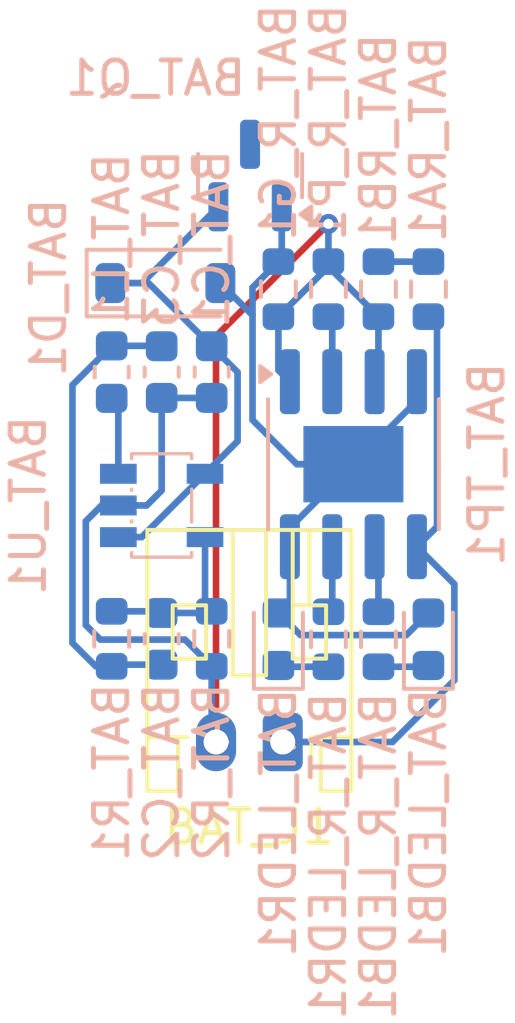
<source format=kicad_pcb>
(kicad_pcb (version 20241229) (generator "pcbnew") (generator_version "9.0")
  (layers (0 "F.Cu" signal) (2 "B.Cu" signal) (13 "F.Paste" user) (15 "B.Paste" user) (5 "F.SilkS" user "F.Silkscreen") (7 "B.SilkS" user "B.Silkscreen") (1 "F.Mask" user) (3 "B.Mask" user) (25 "Edge.Cuts" user))
  (net 0 "")
  (net 1 "GND")
  (net 2 "3.3V")
  (net 3 "VBUS")
  (net 4 "ADC_BT")
  (net 5 "Net-(BAT_LEDB1-K)")
  (net 6 "Net-(BAT_LEDR1-K)")
  (net 7 "Net-(BAT_TP1-~{STDBY})")
  (net 8 "Net-(BAT_TP1-~{CHRG})")
  (net 9 "Net-(BAT_TP1-PROG)")
  (net 10 "VIN")
  (net 11 "Net-(BAT_U1-FB)")
  (net 12 "Net-(BAT_U1-LX)")
  (net 13 "VBAT")
  (net 14 "VSYS")
  (footprint "ErgoCai.pretty:JST_PH_S2B-PH-K_1x02_P2.00mm_Horizontal" (layer "F.Cu") (at 0.98 16.99 180)
    (property "Reference" "BAT_J1" (at 1 -2.55 180) (layer "F.SilkS"))
    (property "Value" "BATT")
    (fp_line (start 4.06 6.36) (end 4.06 -1.46) (stroke (width 0.12)) (layer "F.SilkS"))
    (fp_line (start 4.06 0.14) (end 3.14 0.14) (stroke (width 0.12)) (layer "F.SilkS"))
    (fp_line (start 4.06 -1.46) (end 3.14 -1.46) (stroke (width 0.12)) (layer "F.SilkS"))
    (fp_line (start 3.3 4.1) (end 2.3 4.1) (stroke (width 0.12)) (layer "F.SilkS"))
    (fp_line (start 3.3 2.5) (end 3.3 4.1) (stroke (width 0.12)) (layer "F.SilkS"))
    (fp_line (start 3.14 0.14) (end 2.86 0.14) (stroke (width 0.12)) (layer "F.SilkS"))
    (fp_line (start 3.14 -1.46) (end 3.14 0.14) (stroke (width 0.12)) (layer "F.SilkS"))
    (fp_line (start 2.3 4.1) (end 2.3 2.5) (stroke (width 0.12)) (layer "F.SilkS"))
    (fp_line (start 2.3 2.5) (end 3.3 2.5) (stroke (width 0.12)) (layer "F.SilkS"))
    (fp_line (start 1.5 2) (end 1.5 6.36) (stroke (width 0.12)) (layer "F.SilkS"))
    (fp_line (start 0.5 6.36) (end 0.5 2) (stroke (width 0.12)) (layer "F.SilkS"))
    (fp_line (start 0.5 2) (end 1.5 2) (stroke (width 0.12)) (layer "F.SilkS"))
    (fp_line (start -0.3 4.1) (end -0.3 6.36) (stroke (width 0.12)) (layer "F.SilkS"))
    (fp_line (start -0.3 4.1) (end -0.3 2.5) (stroke (width 0.12)) (layer "F.SilkS"))
    (fp_line (start -0.3 2.5) (end -1.3 2.5) (stroke (width 0.12)) (layer "F.SilkS"))
    (fp_line (start -0.8 4.1) (end -0.8 6.36) (stroke (width 0.12)) (layer "F.SilkS"))
    (fp_line (start -0.86 0.14) (end -0.86 -1.075) (stroke (width 0.12)) (layer "F.SilkS"))
    (fp_line (start -0.86 0.14) (end -1.14 0.14) (stroke (width 0.12)) (layer "F.SilkS"))
    (fp_line (start -1.14 0.14) (end -1.14 -1.46) (stroke (width 0.12)) (layer "F.SilkS"))
    (fp_line (start -1.14 -1.46) (end -2.06 -1.46) (stroke (width 0.12)) (layer "F.SilkS"))
    (fp_line (start -1.3 4.1) (end -0.3 4.1) (stroke (width 0.12)) (layer "F.SilkS"))
    (fp_line (start -1.3 2.5) (end -1.3 4.1) (stroke (width 0.12)) (layer "F.SilkS"))
    (fp_line (start -2.06 6.36) (end 4.06 6.36) (stroke (width 0.12)) (layer "F.SilkS"))
    (fp_line (start -2.06 0.14) (end -1.14 0.14) (stroke (width 0.12)) (layer "F.SilkS"))
    (fp_line (start -2.06 -1.46) (end -2.06 6.36) (stroke (width 0.12)) (layer "F.SilkS"))
    (pad "1" thru_hole roundrect (at 0 0 180) (size 1.2 1.75) (drill 0.75) (layers "*.Cu" "*.Mask") (roundrect_rratio 0.208333) (net 13 "VBAT"))
    (pad "2" thru_hole oval (at 2 0 180) (size 1.2 1.75) (drill 0.75) (layers "*.Cu" "*.Mask") (net 1 "GND"))
  )
  (footprint "ErgoCai.pretty:R_0603_1608Metric" (layer "B.Cu") (at 3.85 3.4075 -90)
    (property "Reference" "BAT_RB1" (at -4.5 0 90) (layer "B.SilkS") (effects (justify mirror)))
    (property "Value" "2M" (hide yes))
    (fp_line (start -0.237258 0.5225) (end 0.237258 0.5225) (stroke (width 0.12)) (layer "B.SilkS"))
    (fp_line (start -0.237258 -0.5225) (end 0.237258 -0.5225) (stroke (width 0.12)) (layer "B.SilkS"))
    (pad "1" smd roundrect (at -0.825 0 270) (size 0.8 0.95) (layers "B.Cu" "B.Mask" "B.Paste") (net 4 "ADC_BT"))
    (pad "2" smd roundrect (at 0.825 0 270) (size 0.8 0.95) (layers "B.Cu" "B.Mask" "B.Paste") (net 1 "GND"))
  )
  (footprint "ErgoCai.pretty:SOT-23" (layer "B.Cu") (at 0 0 90)
    (property "Reference" "BAT_Q1" (at 2.9225 -2.83 0) (layer "B.SilkS") (effects (justify mirror)))
    (property "Value" "AO3401A")
    (fp_line (start 0 -1.56) (end 0.65 -1.56) (stroke (width 0.12)) (layer "B.SilkS"))
    (fp_line (start 0 -1.56) (end -0.65 -1.56) (stroke (width 0.12)) (layer "B.SilkS"))
    (fp_line (start 0 1.56) (end 0.65 1.56) (stroke (width 0.12)) (layer "B.SilkS"))
    (fp_line (start 0 1.56) (end -0.65 1.56) (stroke (width 0.12)) (layer "B.SilkS"))
    (fp_poly (pts (xy -1.1625 1.51) (xy -1.4025 1.84) (xy -0.9225 1.84) (xy -1.1625 1.51)) (stroke (width 0.12)) (fill yes) (layer "B.SilkS"))
    (pad "1" smd roundrect (at -0.9375 0.95 90) (size 1.475 0.6) (layers "B.Cu" "B.Mask" "B.Paste") (net 3 "VBUS"))
    (pad "2" smd roundrect (at -0.9375 -0.95 90) (size 1.475 0.6) (layers "B.Cu" "B.Mask" "B.Paste") (net 10 "VIN"))
    (pad "3" smd roundrect (at 0.9375 0 90) (size 1.475 0.6) (layers "B.Cu" "B.Mask" "B.Paste") (net 14 "VSYS"))
  )
  (footprint "ErgoCai.pretty:R_0603_1608Metric" (layer "B.Cu") (at 5.35 3.4075 90)
    (property "Reference" "BAT_RA1" (at 4.5 0 90) (layer "B.SilkS") (effects (justify mirror)))
    (property "Value" "810K")
    (fp_line (start -0.237258 -0.5225) (end 0.237258 -0.5225) (stroke (width 0.12)) (layer "B.SilkS"))
    (fp_line (start -0.237258 0.5225) (end 0.237258 0.5225) (stroke (width 0.12)) (layer "B.SilkS"))
    (pad "1" smd roundrect (at -0.825 0 90) (size 0.8 0.95) (layers "B.Cu" "B.Mask" "B.Paste") (net 13 "VBAT"))
    (pad "2" smd roundrect (at 0.825 0 90) (size 0.8 0.95) (layers "B.Cu" "B.Mask" "B.Paste") (net 4 "ADC_BT"))
  )
  (footprint "ErgoCai.pretty:R_0603_1608Metric" (layer "B.Cu") (at 3.85 13.9075 90)
    (property "Reference" "BAT_R_LEDB1" (at -6.5 0 90) (layer "B.SilkS") (effects (justify mirror)))
    (property "Value" "1K")
    (fp_line (start -0.237258 -0.5225) (end 0.237258 -0.5225) (stroke (width 0.12)) (layer "B.SilkS"))
    (fp_line (start -0.237258 0.5225) (end 0.237258 0.5225) (stroke (width 0.12)) (layer "B.SilkS"))
    (pad "1" smd roundrect (at -0.825 0 90) (size 0.8 0.95) (layers "B.Cu" "B.Mask" "B.Paste") (net 5 "Net-(BAT_LEDB1-K)"))
    (pad "2" smd roundrect (at 0.825 0 90) (size 0.8 0.95) (layers "B.Cu" "B.Mask" "B.Paste") (net 7 "Net-(BAT_TP1-~{STDBY})"))
  )
  (footprint "ErgoCai.pretty:C_0603_1608Metric" (layer "B.Cu") (at -2.65 5.895 -90)
    (property "Reference" "BAT_C3" (at -4 0 90) (layer "B.SilkS") (effects (justify mirror)))
    (property "Value" "22uF")
    (fp_line (start -0.14058 0.51) (end 0.14058 0.51) (stroke (width 0.12)) (layer "B.SilkS"))
    (fp_line (start -0.14058 -0.51) (end 0.14058 -0.51) (stroke (width 0.12)) (layer "B.SilkS"))
    (pad "1" smd roundrect (at -0.775 0 270) (size 0.9 0.95) (layers "B.Cu" "B.Mask" "B.Paste") (net 2 "3.3V"))
    (pad "2" smd roundrect (at 0.775 0 270) (size 0.9 0.95) (layers "B.Cu" "B.Mask" "B.Paste") (net 1 "GND"))
  )
  (footprint "ErgoCai.pretty:LED_0603_1608Metric" (layer "B.Cu") (at 0.85 13.9075 90)
    (property "Reference" "BAT_LEDR1" (at -5.5 0 90) (layer "B.SilkS") (effects (justify mirror)))
    (property "Value" "RED" (hide yes))
    (fp_line (start -1.485 -0.735) (end 0.8 -0.735) (stroke (width 0.12)) (layer "B.SilkS"))
    (fp_line (start 0.8 0.735) (end -1.485 0.735) (stroke (width 0.12)) (layer "B.SilkS"))
    (fp_line (start -1.485 0.735) (end -1.485 -0.735) (stroke (width 0.12)) (layer "B.SilkS"))
    (pad "1" smd roundrect (at -0.7875 0 90) (size 0.875 0.95) (layers "B.Cu" "B.Mask" "B.Paste") (net 6 "Net-(BAT_LEDR1-K)"))
    (pad "2" smd roundrect (at 0.7875 0 90) (size 0.875 0.95) (layers "B.Cu" "B.Mask" "B.Paste") (net 3 "VBUS"))
  )
  (footprint "ErgoCai.pretty:C_0603_1608Metric" (layer "B.Cu") (at -1.15 5.895 -90)
    (property "Reference" "BAT_C1" (at -4 0 90) (layer "B.SilkS") (effects (justify mirror)))
    (property "Value" "22uF")
    (fp_line (start -0.14058 0.51) (end 0.14058 0.51) (stroke (width 0.12)) (layer "B.SilkS"))
    (fp_line (start -0.14058 -0.51) (end 0.14058 -0.51) (stroke (width 0.12)) (layer "B.SilkS"))
    (pad "1" smd roundrect (at -0.775 0 270) (size 0.9 0.95) (layers "B.Cu" "B.Mask" "B.Paste") (net 10 "VIN"))
    (pad "2" smd roundrect (at 0.775 0 270) (size 0.9 0.95) (layers "B.Cu" "B.Mask" "B.Paste") (net 1 "GND"))
  )
  (footprint "ErgoCai.pretty:C_0603_1608Metric" (layer "B.Cu") (at -2.65 13.895 90)
    (property "Reference" "BAT_C2" (at -4 0 270) (layer "B.SilkS") (effects (justify mirror)))
    (property "Value" "10uF")
    (fp_line (start -0.14058 -0.51) (end 0.14058 -0.51) (stroke (width 0.12)) (layer "B.SilkS"))
    (fp_line (start -0.14058 0.51) (end 0.14058 0.51) (stroke (width 0.12)) (layer "B.SilkS"))
    (pad "1" smd roundrect (at -0.775 0 90) (size 0.9 0.95) (layers "B.Cu" "B.Mask" "B.Paste") (net 2 "3.3V"))
    (pad "2" smd roundrect (at 0.775 0 90) (size 0.9 0.95) (layers "B.Cu" "B.Mask" "B.Paste") (net 11 "Net-(BAT_U1-FB)"))
  )
  (footprint "ErgoCai.pretty:SOIC-8-1EP_3.9x4.9mm_P1.27mm_EP2.29x3mm" (layer "B.Cu") (at 3.1 8.6575 -90)
    (property "Reference" "BAT_TP1" (at 0 -4 90) (layer "B.SilkS") (effects (justify mirror)))
    (property "Value" "TP4056")
    (fp_line (start 0 2.56) (end -1.95 2.56) (stroke (width 0.12)) (layer "B.SilkS"))
    (fp_line (start 0 2.56) (end 1.95 2.56) (stroke (width 0.12)) (layer "B.SilkS"))
    (fp_line (start 0 -2.56) (end -1.95 -2.56) (stroke (width 0.12)) (layer "B.SilkS"))
    (fp_line (start 0 -2.56) (end 1.95 -2.56) (stroke (width 0.12)) (layer "B.SilkS"))
    (fp_poly (pts (xy -2.7 2.465) (xy -2.94 2.795) (xy -2.46 2.795) (xy -2.7 2.465)) (stroke (width 0.12)) (fill yes) (layer "B.SilkS"))
    (pad "1" smd roundrect (at -2.475 1.905 270) (size 1.95 0.6) (layers "B.Cu" "B.Mask" "B.Paste") (net 1 "GND"))
    (pad "2" smd roundrect (at -2.475 0.635 270) (size 1.95 0.6) (layers "B.Cu" "B.Mask" "B.Paste") (net 9 "Net-(BAT_TP1-PROG)"))
    (pad "3" smd roundrect (at -2.475 -0.635 270) (size 1.95 0.6) (layers "B.Cu" "B.Mask" "B.Paste") (net 1 "GND"))
    (pad "4" smd roundrect (at -2.475 -1.905 270) (size 1.95 0.6) (layers "B.Cu" "B.Mask" "B.Paste") (net 3 "VBUS"))
    (pad "5" smd roundrect (at 2.475 -1.905 270) (size 1.95 0.6) (layers "B.Cu" "B.Mask" "B.Paste") (net 13 "VBAT"))
    (pad "6" smd roundrect (at 2.475 -0.635 270) (size 1.95 0.6) (layers "B.Cu" "B.Mask" "B.Paste") (net 7 "Net-(BAT_TP1-~{STDBY})"))
    (pad "7" smd roundrect (at 2.475 0.635 270) (size 1.95 0.6) (layers "B.Cu" "B.Mask" "B.Paste") (net 8 "Net-(BAT_TP1-~{CHRG})"))
    (pad "8" smd roundrect (at 2.475 1.905 270) (size 1.95 0.6) (layers "B.Cu" "B.Mask" "B.Paste") (net 3 "VBUS"))
    (pad "9" smd rect (at 0 0 270) (size 2.29 3) (property pad_prop_heatsink) (layers "B.Cu" "B.Mask") (net 3 "VBUS"))
  )
  (footprint "ErgoCai.pretty:R_0603_1608Metric" (layer "B.Cu") (at -1.15 13.895 -90)
    (property "Reference" "BAT_R2" (at 4 0 90) (layer "B.SilkS") (effects (justify mirror)))
    (property "Value" "100K")
    (fp_line (start -0.237258 0.5225) (end 0.237258 0.5225) (stroke (width 0.12)) (layer "B.SilkS"))
    (fp_line (start -0.237258 -0.5225) (end 0.237258 -0.5225) (stroke (width 0.12)) (layer "B.SilkS"))
    (pad "1" smd roundrect (at -0.825 0 270) (size 0.8 0.95) (layers "B.Cu" "B.Mask" "B.Paste") (net 11 "Net-(BAT_U1-FB)"))
    (pad "2" smd roundrect (at 0.825 0 270) (size 0.8 0.95) (layers "B.Cu" "B.Mask" "B.Paste") (net 1 "GND"))
  )
  (footprint "ErgoCai.pretty:LED_0603_1608Metric" (layer "B.Cu") (at 5.35 13.9075 90)
    (property "Reference" "BAT_LEDB1" (at -5.5 0 90) (layer "B.SilkS") (effects (justify mirror)))
    (property "Value" "BLUE" (hide yes))
    (fp_line (start -1.485 -0.735) (end 0.8 -0.735) (stroke (width 0.12)) (layer "B.SilkS"))
    (fp_line (start 0.8 0.735) (end -1.485 0.735) (stroke (width 0.12)) (layer "B.SilkS"))
    (fp_line (start -1.485 0.735) (end -1.485 -0.735) (stroke (width 0.12)) (layer "B.SilkS"))
    (pad "1" smd roundrect (at -0.7875 0 90) (size 0.875 0.95) (layers "B.Cu" "B.Mask" "B.Paste") (net 5 "Net-(BAT_LEDB1-K)"))
    (pad "2" smd roundrect (at 0.7875 0 90) (size 0.875 0.95) (layers "B.Cu" "B.Mask" "B.Paste") (net 3 "VBUS"))
  )
  (footprint "ErgoCai.pretty:R_0603_1608Metric" (layer "B.Cu") (at 2.35 13.9075 90)
    (property "Reference" "BAT_R_LEDR1" (at -6.5 0 90) (layer "B.SilkS") (effects (justify mirror)))
    (property "Value" "1K" (hide yes))
    (fp_line (start -0.237258 -0.5225) (end 0.237258 -0.5225) (stroke (width 0.12)) (layer "B.SilkS"))
    (fp_line (start -0.237258 0.5225) (end 0.237258 0.5225) (stroke (width 0.12)) (layer "B.SilkS"))
    (pad "1" smd roundrect (at -0.825 0 90) (size 0.8 0.95) (layers "B.Cu" "B.Mask" "B.Paste") (net 6 "Net-(BAT_LEDR1-K)"))
    (pad "2" smd roundrect (at 0.825 0 90) (size 0.8 0.95) (layers "B.Cu" "B.Mask" "B.Paste") (net 8 "Net-(BAT_TP1-~{CHRG})"))
  )
  (footprint "ErgoCai.pretty:L_0603_1608Metric" (layer "B.Cu") (at -4.15 5.895 90)
    (property "Reference" "BAT_L1" (at 4 0 270) (layer "B.SilkS") (effects (justify mirror)))
    (property "Value" "2.2µH")
    (fp_line (start -0.162779 -0.51) (end 0.162779 -0.51) (stroke (width 0.12)) (layer "B.SilkS"))
    (fp_line (start -0.162779 0.51) (end 0.162779 0.51) (stroke (width 0.12)) (layer "B.SilkS"))
    (pad "1" smd roundrect (at -0.7875 0 90) (size 0.875 0.95) (layers "B.Cu" "B.Mask" "B.Paste") (net 12 "Net-(BAT_U1-LX)"))
    (pad "2" smd roundrect (at 0.7875 0 90) (size 0.875 0.95) (layers "B.Cu" "B.Mask" "B.Paste") (net 2 "3.3V"))
  )
  (footprint "ErgoCai.pretty:R_0603_1608Metric" (layer "B.Cu") (at 0.85 3.4075 -90)
    (property "Reference" "BAT_R_G1" (at -5 0 90) (layer "B.SilkS") (effects (justify mirror)))
    (property "Value" "100k")
    (fp_line (start -0.237258 0.5225) (end 0.237258 0.5225) (stroke (width 0.12)) (layer "B.SilkS"))
    (fp_line (start -0.237258 -0.5225) (end 0.237258 -0.5225) (stroke (width 0.12)) (layer "B.SilkS"))
    (pad "1" smd roundrect (at -0.825 0 270) (size 0.8 0.95) (layers "B.Cu" "B.Mask" "B.Paste") (net 3 "VBUS"))
    (pad "2" smd roundrect (at 0.825 0 270) (size 0.8 0.95) (layers "B.Cu" "B.Mask" "B.Paste") (net 1 "GND"))
  )
  (footprint "ErgoCai.pretty:R_0603_1608Metric" (layer "B.Cu") (at -4.15 13.895 90)
    (property "Reference" "BAT_R1" (at -4 0 90) (layer "B.SilkS") (effects (justify mirror)))
    (property "Value" "450K")
    (fp_line (start -0.237258 -0.5225) (end 0.237258 -0.5225) (stroke (width 0.12)) (layer "B.SilkS"))
    (fp_line (start -0.237258 0.5225) (end 0.237258 0.5225) (stroke (width 0.12)) (layer "B.SilkS"))
    (pad "1" smd roundrect (at -0.825 0 90) (size 0.8 0.95) (layers "B.Cu" "B.Mask" "B.Paste") (net 2 "3.3V"))
    (pad "2" smd roundrect (at 0.825 0 90) (size 0.8 0.95) (layers "B.Cu" "B.Mask" "B.Paste") (net 11 "Net-(BAT_U1-FB)"))
  )
  (footprint "ErgoCai.pretty:D_SOD-123" (layer "B.Cu") (at -2.54 3.225)
    (property "Reference" "BAT_D1" (at -3.5025 0.13 90) (layer "B.SilkS") (effects (justify mirror)))
    (property "Value" "1N5819")
    (fp_line (start -2.36 -1) (end 1.65 -1) (stroke (width 0.12)) (layer "B.SilkS"))
    (fp_line (start -2.36 1) (end -2.36 -1) (stroke (width 0.12)) (layer "B.SilkS"))
    (fp_line (start -2.36 1) (end 1.65 1) (stroke (width 0.12)) (layer "B.SilkS"))
    (pad "1" smd roundrect (at -1.65 0) (size 0.9 1.2) (layers "B.Cu" "B.Mask" "B.Paste") (net 10 "VIN"))
    (pad "2" smd roundrect (at 1.65 0) (size 0.9 1.2) (layers "B.Cu" "B.Mask" "B.Paste") (net 3 "VBUS"))
  )
  (footprint "ErgoCai.pretty:R_0603_1608Metric" (layer "B.Cu") (at 2.35 3.4075 90)
    (property "Reference" "BAT_R_P1" (at 5 0 90) (layer "B.SilkS") (effects (justify mirror)))
    (property "Value" "1.2K")
    (fp_line (start -0.237258 -0.5225) (end 0.237258 -0.5225) (stroke (width 0.12)) (layer "B.SilkS"))
    (fp_line (start -0.237258 0.5225) (end 0.237258 0.5225) (stroke (width 0.12)) (layer "B.SilkS"))
    (pad "1" smd roundrect (at -0.825 0 90) (size 0.8 0.95) (layers "B.Cu" "B.Mask" "B.Paste") (net 9 "Net-(BAT_TP1-PROG)"))
    (pad "2" smd roundrect (at 0.825 0 90) (size 0.8 0.95) (layers "B.Cu" "B.Mask" "B.Paste") (net 1 "GND"))
  )
  (footprint "ErgoCai.pretty:SOT-23-5_L3.0-W1.7-P0.95-LS2.8-BR" (layer "B.Cu") (at -2.65 9.895 180)
    (property "Reference" "BAT_U1" (at 4 0 90) (layer "B.SilkS") (effects (justify mirror)))
    (property "Value" "SY8088AAC")
    (fp_line (start 0.9 1.55) (end 0.9 1.4) (stroke (width 0.1)) (layer "B.SilkS"))
    (fp_line (start 0.9 0.49) (end 0.9 0.45) (stroke (width 0.1)) (layer "B.SilkS"))
    (fp_line (start 0.9 -0.46) (end 0.9 -0.5) (stroke (width 0.1)) (layer "B.SilkS"))
    (fp_line (start 0.9 -1.41) (end 0.9 -1.55) (stroke (width 0.1)) (layer "B.SilkS"))
    (fp_line (start -0.9 1.55) (end 0.9 1.55) (stroke (width 0.1)) (layer "B.SilkS"))
    (fp_line (start -0.9 1.55) (end -0.9 1.4) (stroke (width 0.1)) (layer "B.SilkS"))
    (fp_line (start -0.9 0.49) (end -0.9 -0.5) (stroke (width 0.1)) (layer "B.SilkS"))
    (fp_line (start -0.9 -1.41) (end -0.9 -1.55) (stroke (width 0.1)) (layer "B.SilkS"))
    (fp_line (start -0.9 -1.55) (end 0.9 -1.55) (stroke (width 0.1)) (layer "B.SilkS"))
    (pad "1" smd rect (at 1.3 -0.95 180) (size 1.1 0.6) (layers "B.Cu" "B.Mask" "B.Paste") (net 10 "VIN"))
    (pad "2" smd rect (at 1.3 0 180) (size 1.1 0.6) (layers "B.Cu" "B.Mask" "B.Paste") (net 1 "GND"))
    (pad "3" smd rect (at 1.3 0.95 180) (size 1.1 0.6) (layers "B.Cu" "B.Mask" "B.Paste") (net 12 "Net-(BAT_U1-LX)"))
    (pad "4" smd rect (at -1.3 0.95 180) (size 1.1 0.6) (layers "B.Cu" "B.Mask" "B.Paste") (net 10 "VIN"))
    (pad "5" smd rect (at -1.3 -0.95 180) (size 1.1 0.6) (layers "B.Cu" "B.Mask" "B.Paste") (net 11 "Net-(BAT_U1-FB)"))
  )
  (segment (start -1.02 16.99) (end -1.02 4.82) (width 0.2) (layer "F.Cu") (net 1))
  (segment (start -1.02 4.82) (end 2.35 1.45) (width 0.2) (layer "F.Cu") (net 1))
  (via (at 2.35 1.45) (size 0.6) (drill 0.3) (layers "F.Cu" "B.Cu") (net 1))
  (segment (start -1.15 16.86) (end -1.02 16.99) (width 0.2) (layer "B.Cu") (net 1))
  (segment (start -4.452 9.895) (end -3.95 9.895) (width 0.2) (layer "B.Cu") (net 1))
  (segment (start 2.35 2.7325) (end 3.85 4.2325) (width 0.2) (layer "B.Cu") (net 1))
  (segment (start -1.15 14.72) (end -1.951 13.919) (width 0.2) (layer "B.Cu") (net 1))
  (segment (start 2.35 2.5825) (end 2.35 1.45) (width 0.2) (layer "B.Cu") (net 1))
  (segment (start -2.65 6.67) (end -2.65 9.445) (width 0.2) (layer "B.Cu") (net 1))
  (segment (start -1.15 16.425) (end -0.96 16.615) (width 0.2) (layer "B.Cu") (net 1))
  (segment (start 2.35 2.7325) (end 0.85 4.2325) (width 0.2) (layer "B.Cu") (net 1))
  (segment (start -1.951 13.919) (end -4.490064 13.919) (width 0.2) (layer "B.Cu") (net 1))
  (segment (start 0.85 5.8375) (end 1.195 6.1825) (width 0.2) (layer "B.Cu") (net 1))
  (segment (start 0.85 4.2375) (end 0.85 5.8375) (width 0.2) (layer "B.Cu") (net 1))
  (segment (start -4.926 13.483064) (end -4.926 10.369) (width 0.2) (layer "B.Cu") (net 1))
  (segment (start -2.65 6.67) (end -1.15 6.67) (width 0.2) (layer "B.Cu") (net 1))
  (segment (start -3.1 9.895) (end -3.95 9.895) (width 0.2) (layer "B.Cu") (net 1))
  (segment (start -4.490064 13.919) (end -4.926 13.483064) (width 0.2) (layer "B.Cu") (net 1))
  (segment (start 3.85 4.2325) (end 3.85 6.0675) (width 0.2) (layer "B.Cu") (net 1))
  (segment (start 2.35 2.5825) (end 2.35 2.7325) (width 0.2) (layer "B.Cu") (net 1))
  (segment (start 3.85 6.0675) (end 3.735 6.1825) (width 0.2) (layer "B.Cu") (net 1))
  (segment (start -1.15 14.72) (end -1.15 16.86) (width 0.2) (layer "B.Cu") (net 1))
  (segment (start -4.926 10.369) (end -4.452 9.895) (width 0.2) (layer "B.Cu") (net 1))
  (segment (start -2.65 9.445) (end -3.1 9.895) (width 0.2) (layer "B.Cu") (net 1))
  (segment (start -2.65 14.67) (end -4.1 14.67) (width 0.2) (layer "B.Cu") (net 2))
  (segment (start -2.6625 5.1075) (end -2.65 5.12) (width 0.2) (layer "B.Cu") (net 2))
  (segment (start -4.1 14.67) (end -4.15 14.72) (width 0.2) (layer "B.Cu") (net 2))
  (segment (start -5.326 14.019) (end -5.326 6.2835) (width 0.2) (layer "B.Cu") (net 2))
  (segment (start -4.15 5.1075) (end -2.6625 5.1075) (width 0.2) (layer "B.Cu") (net 2))
  (segment (start -4.625 14.72) (end -5.326 14.019) (width 0.2) (layer "B.Cu") (net 2))
  (segment (start -5.326 6.2835) (end -4.15 5.1075) (width 0.2) (layer "B.Cu") (net 2))
  (segment (start -4.15 14.72) (end -4.625 14.72) (width 0.2) (layer "B.Cu") (net 2))
  (segment (start 0.95 2.4825) (end 0.85 2.5825) (width 0.2) (layer "B.Cu") (net 3))
  (segment (start 1.195 11.1325) (end 1.195 12.775) (width 0.2) (layer "B.Cu") (net 3))
  (segment (start 5.005 6.7525) (end 3.1 8.6575) (width 0.2) (layer "B.Cu") (net 3))
  (segment (start 0.074 3.3585) (end 0.074 4.189) (width 0.2) (layer "B.Cu") (net 3))
  (segment (start 0.85 2.5825) (end 0.074 3.3585) (width 0.2) (layer "B.Cu") (net 3))
  (segment (start 1.195 12.775) (end 0.85 13.12) (width 0.2) (layer "B.Cu") (net 3))
  (segment (start 1.4 8.6575) (end 3.1 8.6575) (width 0.2) (layer "B.Cu") (net 3))
  (segment (start 1.195 10.5625) (end 3.1 8.6575) (width 0.2) (layer "B.Cu") (net 3))
  (segment (start -0.89 3.225) (end 0.074 4.189) (width 0.2) (layer "B.Cu") (net 3))
  (segment (start 1.195 11.1325) (end 1.195 10.5625) (width 0.2) (layer "B.Cu") (net 3))
  (segment (start 1.5135 13.7835) (end 4.6865 13.7835) (width 0.2) (layer "B.Cu") (net 3))
  (segment (start 5.005 6.1825) (end 5.005 6.7525) (width 0.2) (layer "B.Cu") (net 3))
  (segment (start 0.074 7.3315) (end 1.4 8.6575) (width 0.2) (layer "B.Cu") (net 3))
  (segment (start 0.95 0.9375) (end 0.95 2.4825) (width 0.2) (layer "B.Cu") (net 3))
  (segment (start 0.85 13.12) (end 1.5135 13.7835) (width 0.2) (layer "B.Cu") (net 3))
  (segment (start 4.6865 13.7835) (end 5.35 13.12) (width 0.2) (layer "B.Cu") (net 3))
  (segment (start 0.074 4.189) (end 0.074 7.3315) (width 0.2) (layer "B.Cu") (net 3))
  (segment (start 3.85 2.5825) (end 5.35 2.5825) (width 0.2) (layer "B.Cu") (net 4))
  (segment (start 5.3125 14.7325) (end 5.35 14.695) (width 0.2) (layer "B.Cu") (net 5))
  (segment (start 3.85 14.7325) (end 5.3125 14.7325) (width 0.2) (layer "B.Cu") (net 5))
  (segment (start 2.35 14.7325) (end 0.8875 14.7325) (width 0.2) (layer "B.Cu") (net 6))
  (segment (start 0.8875 14.7325) (end 0.85 14.695) (width 0.2) (layer "B.Cu") (net 6))
  (segment (start 3.85 13.0825) (end 3.85 11.2475) (width 0.2) (layer "B.Cu") (net 7))
  (segment (start 3.85 11.2475) (end 3.735 11.1325) (width 0.2) (layer "B.Cu") (net 7))
  (segment (start 2.465 11.1325) (end 2.465 12.9675) (width 0.2) (layer "B.Cu") (net 8))
  (segment (start 2.465 12.9675) (end 2.35 13.0825) (width 0.2) (layer "B.Cu") (net 8))
  (segment (start 2.465 6.1825) (end 2.465 4.3475) (width 0.2) (layer "B.Cu") (net 9))
  (segment (start 2.465 4.3475) (end 2.35 4.2325) (width 0.2) (layer "B.Cu") (net 9))
  (segment (start -1.15 5.12) (end -0.374 5.896) (width 0.2) (layer "B.Cu") (net 10))
  (segment (start -4.19 3.225) (end -3.045 3.225) (width 0.2) (layer "B.Cu") (net 10))
  (segment (start -0.95 0.9375) (end -3.2375 3.225) (width 0.2) (layer "B.Cu") (net 10))
  (segment (start -3.95 10.845) (end -3.25 10.845) (width 0.2) (layer "B.Cu") (net 10))
  (segment (start -0.374 7.969) (end -1.35 8.945) (width 0.2) (layer "B.Cu") (net 10))
  (segment (start -0.374 5.896) (end -0.374 7.969) (width 0.2) (layer "B.Cu") (net 10))
  (segment (start -3.045 3.225) (end -1.15 5.12) (width 0.2) (layer "B.Cu") (net 10))
  (segment (start -3.2375 3.225) (end -4.19 3.225) (width 0.2) (layer "B.Cu") (net 10))
  (segment (start -3.25 10.845) (end -1.35 8.945) (width 0.2) (layer "B.Cu") (net 10))
  (segment (start -1.15 13.07) (end -1.15 12.975) (width 0.2) (layer "B.Cu") (net 11))
  (segment (start -1.2 13.12) (end -1.15 13.07) (width 0.2) (layer "B.Cu") (net 11))
  (segment (start -4.15 13.07) (end -2.7 13.07) (width 0.2) (layer "B.Cu") (net 11))
  (segment (start -2.65 13.12) (end -1.2 13.12) (width 0.2) (layer "B.Cu") (net 11))
  (segment (start -2.7 13.07) (end -2.65 13.12) (width 0.2) (layer "B.Cu") (net 11))
  (segment (start -1.15 12.975) (end -1.35 12.775) (width 0.2) (layer "B.Cu") (net 11))
  (segment (start -1.35 12.775) (end -1.35 10.845) (width 0.2) (layer "B.Cu") (net 11))
  (segment (start -3.95 8.945) (end -3.95 6.8825) (width 0.2) (layer "B.Cu") (net 12))
  (segment (start -3.95 6.8825) (end -4.15 6.6825) (width 0.2) (layer "B.Cu") (net 12))
  (segment (start 5.606 10.5315) (end 5.005 11.1325) (width 0.2) (layer "B.Cu") (net 13))
  (segment (start 6.126 15.1351) (end 6.126 12.2535) (width 0.2) (layer "B.Cu") (net 13))
  (segment (start 5.35 4.2325) (end 5.606 4.4885) (width 0.2) (layer "B.Cu") (net 13))
  (segment (start 5.606 4.4885) (end 5.606 10.5315) (width 0.2) (layer "B.Cu") (net 13))
  (segment (start 6.126 12.2535) (end 5.005 11.1325) (width 0.2) (layer "B.Cu") (net 13))
  (segment (start 4.2711 16.99) (end 6.126 15.1351) (width 0.2) (layer "B.Cu") (net 13))
  (segment (start 0.98 16.99) (end 4.2711 16.99) (width 0.2) (layer "B.Cu") (net 13))
)
</source>
